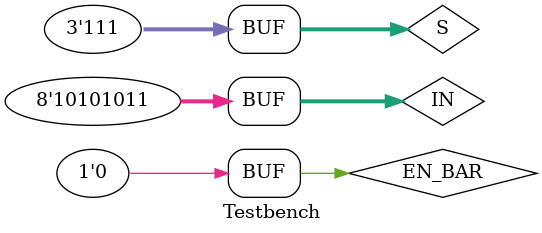
<source format=v>
`include "MUX8_to_1.v"

module Testbench;

reg EN_BAR ;
reg [7:0] IN ;
reg [2:0] S ;

wire OUTPUT ;

mux8_to_1 mymux( IN , OUTPUT , S , EN_BAR ) ;

initial
begin

$dumpfile("MUX8_to_1_Testbench.vcd");
$dumpvars;

IN[0] = 1 ; IN[1] = 1 ; IN[2] = 0 ; IN[3] = 1 ; IN[4] = 0 ; IN[5] = 1 ; IN[6] = 0 ; IN[7] = 1 ;

EN_BAR = 1 ;

   S[2] = 0 ; S[1] = 0 ; S[0] = 0 ;
#5 S[2] = 0 ; S[1] = 0 ; S[0] = 1 ;
#5 S[2] = 0 ; S[1] = 1 ; S[0] = 0 ;
#5 S[2] = 0 ; S[1] = 1 ; S[0] = 1 ;
#5 S[2] = 1 ; S[1] = 0 ; S[0] = 0 ;
#5 S[2] = 1 ; S[1] = 0 ; S[0] = 1 ;
#5 S[2] = 1 ; S[1] = 1 ; S[0] = 0 ;
#5 S[2] = 1 ; S[1] = 1 ; S[0] = 1 ;
#5;

EN_BAR = 0 ;

   S[2] = 0 ; S[1] = 0 ; S[0] = 0 ;
#5 S[2] = 0 ; S[1] = 0 ; S[0] = 1 ;
#5 S[2] = 0 ; S[1] = 1 ; S[0] = 0 ;
#5 S[2] = 0 ; S[1] = 1 ; S[0] = 1 ;
#5 S[2] = 1 ; S[1] = 0 ; S[0] = 0 ;
#5 S[2] = 1 ; S[1] = 0 ; S[0] = 1 ;
#5 S[2] = 1 ; S[1] = 1 ; S[0] = 0 ;
#5 S[2] = 1 ; S[1] = 1 ; S[0] = 1 ;
#5;

end
endmodule

</source>
